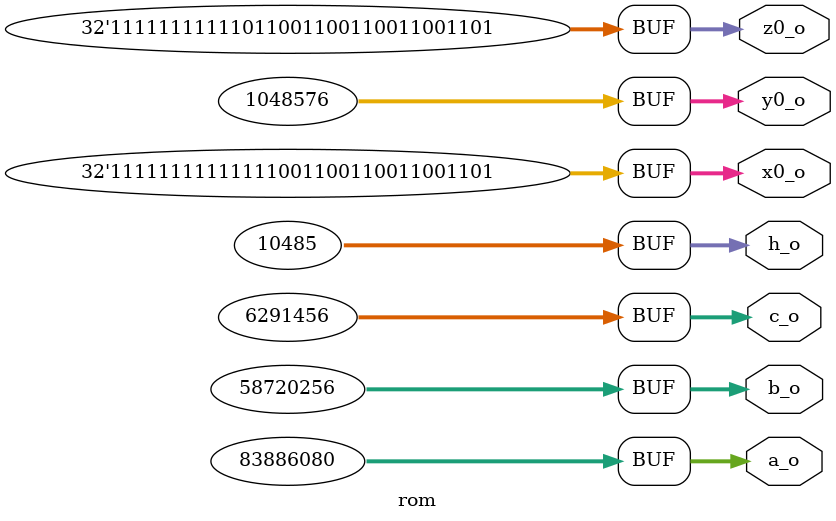
<source format=v>
module rom #(
   parameter Width = 32
) (
    output [Width-1:0] a_o,
    output [Width-1:0] b_o,
    output [Width-1:0] c_o,
	output [Width-1:0] h_o,
	output [Width-1:0] x0_o,
	output [Width-1:0] y0_o,
	output [Width-1:0] z0_o
);

    assign     a_o = 32'b00000101000000000000000000000000; //   40.0000000000000000000000000
	assign     b_o = 32'b00000011100000000000000000000000; //   28.0000000000000000000000000
	assign     c_o = 32'b00000000011000000000000000000000; //    3.0000000000000000000000000
	assign     h_o = 32'b00000000000000000010100011110101; //    0.0049996376037597656250000
	assign    x0_o = 32'b11111111111111001100110011001101; //   -0.0999999046325683593750000
	assign    y0_o = 32'b00000000000100000000000000000000; //    0.5000000000000000000000000
	assign    z0_o = 32'b11111111111011001100110011001101; //   -0.5999999046325683593750000

endmodule

</source>
